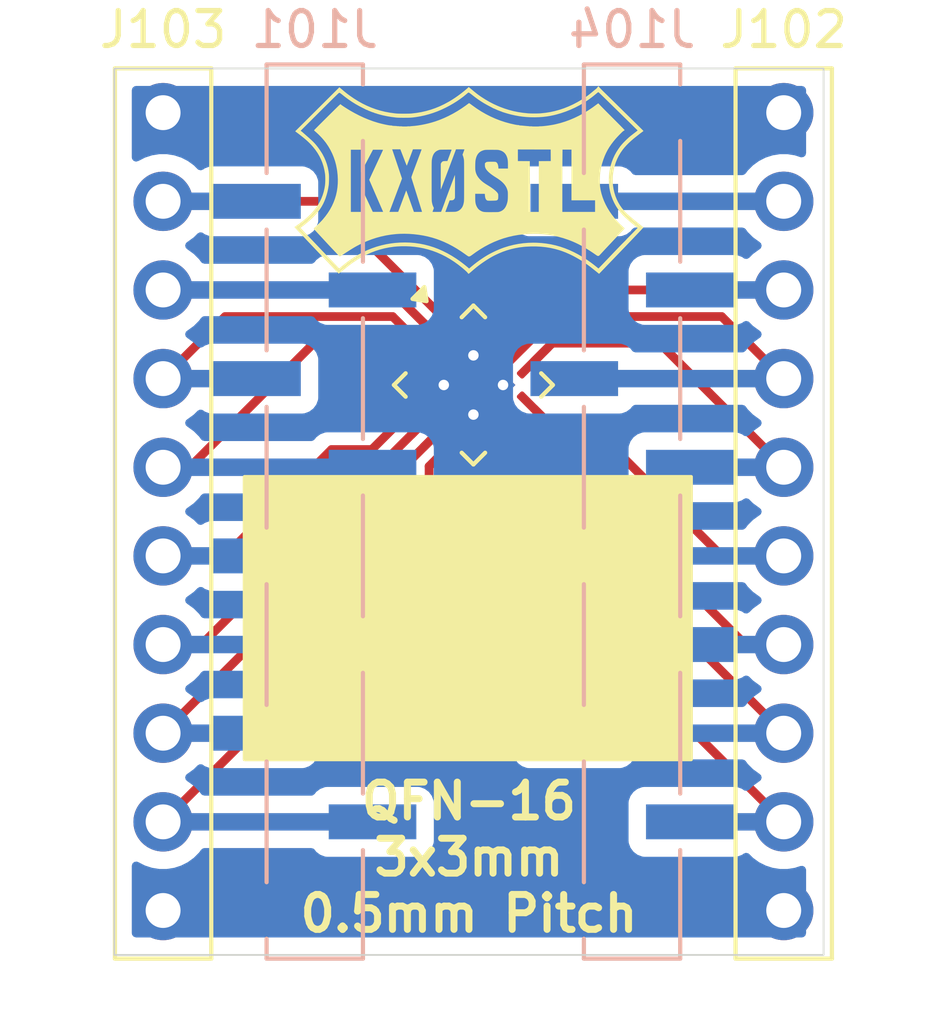
<source format=kicad_pcb>
(kicad_pcb (version 20241229) (generator "pcbnew") (generator_version "9.0")
  (layers (0 "F.Cu" signal) (2 "B.Cu" signal) (13 "F.Paste" user) (15 "B.Paste" user) (5 "F.SilkS" user "F.Silkscreen") (7 "B.SilkS" user "B.Silkscreen") (1 "F.Mask" user) (3 "B.Mask" user) (25 "Edge.Cuts" user))
  (net 0 "")
  (net 1 "/10")
  (net 2 "/3")
  (net 3 "/6")
  (net 4 "/8")
  (net 5 "/1")
  (net 6 "/7")
  (net 7 "/2")
  (net 8 "/9")
  (net 9 "/14")
  (net 10 "/16")
  (net 11 "/15")
  (net 12 "/17")
  (net 13 "/5")
  (net 14 "/4")
  (net 15 "/13")
  (net 16 "/12")
  (net 17 "/11")
  (footprint "Package_DFN_QFN:QFN-16-1EP_3x3mm_P0.5mm_EP1.7x1.7mm_ThermalVias" (layer "F.Cu") (at 130.81 117.022964 -45)
    (property "Reference" "U101" (hide yes))
    (property "Value" "QFN-16")
    (pad "1" smd roundrect (at -1.7165 -0.75 315) (size 1.2375 0.25) (layers "F.Cu" "F.Mask" "F.Paste") (net 5 "/1"))
    (pad "2" smd roundrect (at -1.7165 -0.25 315) (size 1.2375 0.25) (layers "F.Cu" "F.Mask" "F.Paste") (net 7 "/2"))
    (pad "3" smd roundrect (at -1.7165 0.25 315) (size 1.2375 0.25) (layers "F.Cu" "F.Mask" "F.Paste") (net 2 "/3"))
    (pad "4" smd roundrect (at -1.7165 0.75 315) (size 1.2375 0.25) (layers "F.Cu" "F.Mask" "F.Paste") (net 14 "/4"))
    (pad "5" smd roundrect (at -0.75 1.7165 315) (size 0.25 1.2375) (layers "F.Cu" "F.Mask" "F.Paste") (net 13 "/5"))
    (pad "6" smd roundrect (at -0.25 1.7165 315) (size 0.25 1.2375) (layers "F.Cu" "F.Mask" "F.Paste") (net 3 "/6"))
    (pad "7" smd roundrect (at 0.25 1.7165 315) (size 0.25 1.2375) (layers "F.Cu" "F.Mask" "F.Paste") (net 6 "/7"))
    (pad "8" smd roundrect (at 0.75 1.7165 315) (size 0.25 1.2375) (layers "F.Cu" "F.Mask" "F.Paste") (net 4 "/8"))
    (pad "9" smd roundrect (at 1.7165 0.75 315) (size 1.2375 0.25) (layers "F.Cu" "F.Mask" "F.Paste") (net 8 "/9"))
    (pad "10" smd roundrect (at 1.7165 0.25 315) (size 1.2375 0.25) (layers "F.Cu" "F.Mask" "F.Paste") (net 1 "/10"))
    (pad "11" smd roundrect (at 1.7165 -0.25 315) (size 1.2375 0.25) (layers "F.Cu" "F.Mask" "F.Paste") (net 17 "/11"))
    (pad "12" smd roundrect (at 1.7165 -0.75 315) (size 1.2375 0.25) (layers "F.Cu" "F.Mask" "F.Paste") (net 16 "/12"))
    (pad "13" smd roundrect (at 0.75 -1.7165 315) (size 0.25 1.2375) (layers "F.Cu" "F.Mask" "F.Paste") (net 15 "/13"))
    (pad "14" smd roundrect (at 0.25 -1.7165 315) (size 0.25 1.2375) (layers "F.Cu" "F.Mask" "F.Paste") (net 9 "/14"))
    (pad "15" smd roundrect (at -0.25 -1.7165 315) (size 0.25 1.2375) (layers "F.Cu" "F.Mask" "F.Paste") (net 11 "/15"))
    (pad "16" smd roundrect (at -0.75 -1.7165 315) (size 0.25 1.2375) (layers "F.Cu" "F.Mask" "F.Paste") (net 10 "/16"))
    (pad "17" thru_hole circle (at -0.6 -0.6 315) (size 0.5 0.5) (drill 0.3) (property pad_prop_heatsink) (layers "*.Cu") (net 12 "/17"))
    (pad "17" thru_hole circle (at -0.6 0.6 315) (size 0.5 0.5) (drill 0.3) (property pad_prop_heatsink) (layers "*.Cu") (net 12 "/17"))
    (pad "17" smd rect (at 0 0 315) (size 1.7 1.7) (property pad_prop_heatsink) (layers "F.Cu" "F.Mask") (net 12 "/17"))
    (pad "17" smd rect (at 0 0 315) (size 1.7 1.7) (property pad_prop_heatsink) (layers "B.Cu") (net 12 "/17"))
    (pad "17" thru_hole circle (at 0.6 -0.6 315) (size 0.5 0.5) (drill 0.3) (property pad_prop_heatsink) (layers "*.Cu") (net 12 "/17"))
    (pad "17" thru_hole circle (at 0.6 0.6 315) (size 0.5 0.5) (drill 0.3) (property pad_prop_heatsink) (layers "*.Cu") (net 12 "/17"))
  )
  (footprint "Connector_PinHeader_2.54mm:PinHeader_1x10_P2.54mm_Vertical" (layer "F.Cu") (at 121.92 109.22)
    (property "Reference" "J103" (at 0 -2.38 0) (layer "F.SilkS"))
    (property "Value" "Conn_01x10")
    (pad "1" thru_hole circle (at 0 0) (size 1.7 1.7) (drill 1) (layers "*.Cu" "*.Mask") (net 12 "/17"))
    (pad "2" thru_hole circle (at 0 2.54) (size 1.7 1.7) (drill 1) (layers "*.Cu" "*.Mask") (net 5 "/1"))
    (pad "3" thru_hole circle (at 0 5.079999) (size 1.7 1.7) (drill 1) (layers "*.Cu" "*.Mask") (net 7 "/2"))
    (pad "4" thru_hole circle (at 0 7.62) (size 1.7 1.7) (drill 1) (layers "*.Cu" "*.Mask") (net 2 "/3"))
    (pad "5" thru_hole circle (at 0 10.16) (size 1.7 1.7) (drill 1) (layers "*.Cu" "*.Mask") (net 14 "/4"))
    (pad "6" thru_hole circle (at 0 12.7) (size 1.7 1.7) (drill 1) (layers "*.Cu" "*.Mask") (net 13 "/5"))
    (pad "7" thru_hole circle (at 0 15.24) (size 1.7 1.7) (drill 1) (layers "*.Cu" "*.Mask") (net 3 "/6"))
    (pad "8" thru_hole circle (at 0 17.780001) (size 1.7 1.7) (drill 1) (layers "*.Cu" "*.Mask") (net 6 "/7"))
    (pad "9" thru_hole circle (at 0 20.32) (size 1.7 1.7) (drill 1) (layers "*.Cu" "*.Mask") (net 4 "/8"))
    (pad "10" thru_hole circle (at 0 22.86) (size 1.7 1.7) (drill 1) (layers "*.Cu" "*.Mask") (net 12 "/17"))
  )
  (footprint "libraries:Logo_10mm_inv" (layer "F.Cu") (at 130.681999 111.153359)
    (property "Reference" "G***" (hide yes))
    (property "Value" "LOGO" (hide yes))
  )
  (footprint "Connector_PinHeader_2.54mm:PinHeader_1x10_P2.54mm_Vertical" (layer "F.Cu") (at 139.7 109.220001)
    (property "Reference" "J102" (at 0 -2.38 0) (layer "F.SilkS"))
    (property "Value" "Conn_01x18")
    (pad "1" thru_hole circle (at 0 0) (size 1.7 1.7) (drill 1) (layers "*.Cu" "*.Mask") (net 12 "/17"))
    (pad "2" thru_hole circle (at 0 2.54) (size 1.7 1.7) (drill 1) (layers "*.Cu" "*.Mask") (net 10 "/16"))
    (pad "3" thru_hole circle (at 0 5.08) (size 1.7 1.7) (drill 1) (layers "*.Cu" "*.Mask") (net 11 "/15"))
    (pad "4" thru_hole circle (at 0 7.62) (size 1.7 1.7) (drill 1) (layers "*.Cu" "*.Mask") (net 9 "/14"))
    (pad "5" thru_hole circle (at 0 10.16) (size 1.7 1.7) (drill 1) (layers "*.Cu" "*.Mask") (net 15 "/13"))
    (pad "6" thru_hole circle (at 0 12.7) (size 1.7 1.7) (drill 1) (layers "*.Cu" "*.Mask") (net 16 "/12"))
    (pad "7" thru_hole circle (at 0 15.24) (size 1.7 1.7) (drill 1) (layers "*.Cu" "*.Mask") (net 17 "/11"))
    (pad "8" thru_hole circle (at 0 17.78) (size 1.7 1.7) (drill 1) (layers "*.Cu" "*.Mask") (net 1 "/10"))
    (pad "9" thru_hole circle (at 0 20.32) (size 1.7 1.7) (drill 1) (layers "*.Cu" "*.Mask") (net 8 "/9"))
    (pad "10" thru_hole circle (at 0 22.86) (size 1.7 1.7) (drill 1) (layers "*.Cu" "*.Mask") (net 12 "/17"))
  )
  (footprint "Connector_PinHeader_2.54mm:PinHeader_1x10_P2.54mm_Vertical_SMD_Pin1Left" (layer "B.Cu") (at 126.265 120.65 180)
    (property "Reference" "J101" (at 0 13.81 0) (layer "B.SilkS") (effects (justify mirror)))
    (property "Value" "Conn_01x18")
    (pad "1" smd rect (at -1.655 11.43 180) (size 2.51 1) (layers "B.Cu" "B.Mask" "B.Paste") (net 12 "/17"))
    (pad "2" smd rect (at 1.655 8.89 180) (size 2.51 1) (layers "B.Cu" "B.Mask" "B.Paste") (net 5 "/1"))
    (pad "3" smd rect (at -1.655 6.35 180) (size 2.51 1) (layers "B.Cu" "B.Mask" "B.Paste") (net 7 "/2"))
    (pad "4" smd rect (at 1.655 3.81 180) (size 2.51 1) (layers "B.Cu" "B.Mask" "B.Paste") (net 2 "/3"))
    (pad "5" smd rect (at -1.655 1.27 180) (size 2.51 1) (layers "B.Cu" "B.Mask" "B.Paste") (net 14 "/4"))
    (pad "6" smd rect (at 1.655 -1.27 180) (size 2.51 1) (layers "B.Cu" "B.Mask" "B.Paste") (net 13 "/5"))
    (pad "7" smd rect (at -1.655 -3.81 180) (size 2.51 1) (layers "B.Cu" "B.Mask" "B.Paste") (net 3 "/6"))
    (pad "8" smd rect (at 1.655 -6.35 180) (size 2.51 1) (layers "B.Cu" "B.Mask" "B.Paste") (net 6 "/7"))
    (pad "9" smd rect (at -1.655 -8.89 180) (size 2.51 1) (layers "B.Cu" "B.Mask" "B.Paste") (net 4 "/8"))
    (pad "10" smd rect (at 1.655 -11.43 180) (size 2.51 1) (layers "B.Cu" "B.Mask" "B.Paste") (net 12 "/17"))
  )
  (footprint "Connector_PinHeader_2.54mm:PinHeader_1x10_P2.54mm_Vertical_SMD_Pin1Left" (layer "B.Cu") (at 135.355 120.65 180)
    (property "Reference" "J104" (at 0 13.81 0) (layer "B.SilkS") (effects (justify mirror)))
    (property "Value" "Conn_01x18")
    (pad "1" smd rect (at -1.655 11.43 180) (size 2.51 1) (layers "B.Cu" "B.Mask" "B.Paste") (net 12 "/17"))
    (pad "2" smd rect (at 1.655 8.89 180) (size 2.51 1) (layers "B.Cu" "B.Mask" "B.Paste") (net 10 "/16"))
    (pad "3" smd rect (at -1.655 6.35 180) (size 2.51 1) (layers "B.Cu" "B.Mask" "B.Paste") (net 11 "/15"))
    (pad "4" smd rect (at 1.655 3.81 180) (size 2.51 1) (layers "B.Cu" "B.Mask" "B.Paste") (net 9 "/14"))
    (pad "5" smd rect (at -1.655 1.27 180) (size 2.51 1) (layers "B.Cu" "B.Mask" "B.Paste") (net 15 "/13"))
    (pad "6" smd rect (at 1.655 -1.27 180) (size 2.51 1) (layers "B.Cu" "B.Mask" "B.Paste") (net 16 "/12"))
    (pad "7" smd rect (at -1.655 -3.81 180) (size 2.51 1) (layers "B.Cu" "B.Mask" "B.Paste") (net 17 "/11"))
    (pad "8" smd rect (at 1.655 -6.35 180) (size 2.51 1) (layers "B.Cu" "B.Mask" "B.Paste") (net 1 "/10"))
    (pad "9" smd rect (at -1.655 -8.89 180) (size 2.51 1) (layers "B.Cu" "B.Mask" "B.Paste") (net 8 "/9"))
    (pad "10" smd rect (at 1.655 -11.43 180) (size 2.51 1) (layers "B.Cu" "B.Mask" "B.Paste") (net 12 "/17"))
  )
  (gr_rect (start 124.251999 119.651359) (end 137.047999 127.753359) (stroke (width 0.1)) (fill yes) (layer "F.SilkS"))
  (gr_rect (start 120.521999 107.953359) (end 140.841999 133.353359) (stroke (width 0.05)) (fill no) (layer "Edge.Cuts"))
  (gr_text "Version 1" (at 130.681999 127.753359 0) (layer "F.SilkS") (effects (font (size 1 1) (thickness 0.2) (bold yes)) (justify bottom)))
  (gr_text "QFN-16\n3x3mm\n0.5mm Pitch" (at 130.681999 132.753359 0) (layer "F.SilkS") (effects (font (size 1 1) (thickness 0.2) (bold yes)) (justify bottom)))
  (segment (start 133.096 120.396001) (end 139.7 127.000001) (width 0.25) (layer "F.Cu") (net 1))
  (segment (start 133.096 119.662517) (end 133.096 120.396001) (width 0.25) (layer "F.Cu") (net 1))
  (segment (start 131.846972 118.413489) (end 133.096 119.662517) (width 0.25) (layer "F.Cu") (net 1))
  (segment (start 133.700001 127.000001) (end 133.7 127) (width 0.5) (layer "B.Cu") (net 1))
  (segment (start 139.7 127.000001) (end 133.700001 127.000001) (width 0.5) (layer "B.Cu") (net 1))
  (segment (start 123.698 115.062) (end 121.92 116.84) (width 0.25) (layer "F.Cu") (net 2))
  (segment (start 128.495483 115.062) (end 123.698 115.062) (width 0.25) (layer "F.Cu") (net 2))
  (segment (start 129.419475 115.985992) (end 128.495483 115.062) (width 0.25) (layer "F.Cu") (net 2))
  (segment (start 124.61 116.84) (end 121.92 116.84) (width 0.5) (layer "B.Cu") (net 2))
  (segment (start 129.419475 118.059936) (end 123.019411 124.46) (width 0.25) (layer "F.Cu") (net 3))
  (segment (start 123.019411 124.46) (end 121.92 124.46) (width 0.25) (layer "F.Cu") (net 3))
  (segment (start 121.92 124.46) (end 127.92 124.46) (width 0.5) (layer "B.Cu") (net 3))
  (segment (start 129.54 119.353624) (end 130.126581 118.767043) (width 0.25) (layer "F.Cu") (net 4))
  (segment (start 129.54 121.92) (end 129.54 119.353624) (width 0.25) (layer "F.Cu") (net 4))
  (segment (start 121.92 129.54) (end 129.54 121.92) (width 0.25) (layer "F.Cu") (net 4))
  (segment (start 121.92 129.54) (end 127.92 129.54) (width 0.5) (layer "B.Cu") (net 4))
  (segment (start 126.607696 111.76) (end 121.92 111.76) (width 0.25) (layer "F.Cu") (net 5))
  (segment (start 130.126581 115.278885) (end 126.607696 111.76) (width 0.25) (layer "F.Cu") (net 5))
  (segment (start 124.61 111.76) (end 121.92 111.76) (width 0.5) (layer "B.Cu") (net 5))
  (segment (start 128.524 119.662517) (end 128.524 120.396001) (width 0.25) (layer "F.Cu") (net 6))
  (segment (start 129.773028 118.413489) (end 128.524 119.662517) (width 0.25) (layer "F.Cu") (net 6))
  (segment (start 128.524 120.396001) (end 121.92 127.000001) (width 0.25) (layer "F.Cu") (net 6))
  (segment (start 121.920001 127) (end 121.92 127.000001) (width 0.5) (layer "B.Cu") (net 6))
  (segment (start 124.61 127) (end 121.920001 127) (width 0.5) (layer "B.Cu") (net 6))
  (segment (start 128.440588 114.299999) (end 121.92 114.299999) (width 0.25) (layer "F.Cu") (net 7))
  (segment (start 129.773028 115.632439) (end 128.440588 114.299999) (width 0.25) (layer "F.Cu") (net 7))
  (segment (start 121.92 114.299999) (end 127.919999 114.299999) (width 0.5) (layer "B.Cu") (net 7))
  (segment (start 127.919999 114.299999) (end 127.92 114.3) (width 0.5) (layer "B.Cu") (net 7))
  (segment (start 139.7 129.540001) (end 132.08 121.920001) (width 0.25) (layer "F.Cu") (net 8))
  (segment (start 132.08 119.353624) (end 131.493419 118.767043) (width 0.25) (layer "F.Cu") (net 8))
  (segment (start 132.08 121.920001) (end 132.08 119.353624) (width 0.25) (layer "F.Cu") (net 8))
  (segment (start 137.01 129.54) (end 139.699999 129.54) (width 0.5) (layer "B.Cu") (net 8))
  (segment (start 139.699999 129.54) (end 139.7 129.540001) (width 0.5) (layer "B.Cu") (net 8))
  (segment (start 132.200525 115.985992) (end 133.124517 115.062) (width 0.25) (layer "F.Cu") (net 9))
  (segment (start 133.124517 115.062) (end 137.921999 115.062) (width 0.25) (layer "F.Cu") (net 9))
  (segment (start 137.921999 115.062) (end 139.7 116.840001) (width 0.25) (layer "F.Cu") (net 9))
  (segment (start 139.7 116.840001) (end 133.700001 116.840001) (width 0.5) (layer "B.Cu") (net 9))
  (segment (start 133.700001 116.840001) (end 133.7 116.84) (width 0.5) (layer "B.Cu") (net 9))
  (segment (start 131.493419 115.278885) (end 135.012303 111.760001) (width 0.25) (layer "F.Cu") (net 10))
  (segment (start 135.012303 111.760001) (end 139.7 111.760001) (width 0.25) (layer "F.Cu") (net 10))
  (segment (start 139.7 111.760001) (end 133.700001 111.760001) (width 0.5) (layer "B.Cu") (net 10))
  (segment (start 133.700001 111.760001) (end 133.7 111.76) (width 0.5) (layer "B.Cu") (net 10))
  (segment (start 133.17941 114.300001) (end 139.7 114.300001) (width 0.25) (layer "F.Cu") (net 11))
  (segment (start 131.846972 115.632439) (end 133.17941 114.300001) (width 0.25) (layer "F.Cu") (net 11))
  (segment (start 139.699999 114.3) (end 139.7 114.300001) (width 0.5) (layer "B.Cu") (net 11))
  (segment (start 137.01 114.3) (end 139.699999 114.3) (width 0.5) (layer "B.Cu") (net 11))
  (segment (start 139.699999 109.22) (end 139.7 109.220001) (width 0.5) (layer "B.Cu") (net 12))
  (segment (start 139.7 132.080001) (end 133.700001 132.080001) (width 0.5) (layer "B.Cu") (net 12))
  (segment (start 124.61 132.08) (end 121.92 132.08) (width 0.5) (layer "B.Cu") (net 12))
  (segment (start 127.92 109.22) (end 121.92 109.22) (width 0.5) (layer "B.Cu") (net 12))
  (segment (start 133.700001 132.080001) (end 133.7 132.08) (width 0.5) (layer "B.Cu") (net 12))
  (segment (start 137.01 109.22) (end 139.699999 109.22) (width 0.5) (layer "B.Cu") (net 12))
  (segment (start 126.746 118.872) (end 123.698 121.92) (width 0.25) (layer "F.Cu") (net 13))
  (segment (start 123.698 121.92) (end 121.92 121.92) (width 0.25) (layer "F.Cu") (net 13))
  (segment (start 129.065921 117.706383) (end 127.900304 118.872) (width 0.25) (layer "F.Cu") (net 13))
  (segment (start 127.900304 118.872) (end 126.746 118.872) (width 0.25) (layer "F.Cu") (net 13))
  (segment (start 124.61 121.92) (end 121.92 121.92) (width 0.5) (layer "B.Cu") (net 13))
  (segment (start 122.682 119.38) (end 121.92 119.38) (width 0.25) (layer "F.Cu") (net 14))
  (segment (start 126.238 115.824) (end 122.682 119.38) (width 0.25) (layer "F.Cu") (net 14))
  (segment (start 129.065921 116.339545) (end 128.550376 115.824) (width 0.25) (layer "F.Cu") (net 14))
  (segment (start 128.550376 115.824) (end 126.238 115.824) (width 0.25) (layer "F.Cu") (net 14))
  (segment (start 121.92 119.38) (end 127.92 119.38) (width 0.5) (layer "B.Cu") (net 14))
  (segment (start 133.069624 115.824) (end 136.143999 115.824) (width 0.25) (layer "F.Cu") (net 15))
  (segment (start 136.143999 115.824) (end 139.7 119.380001) (width 0.25) (layer "F.Cu") (net 15))
  (segment (start 132.554079 116.339545) (end 133.069624 115.824) (width 0.25) (layer "F.Cu") (net 15))
  (segment (start 139.699999 119.38) (end 139.7 119.380001) (width 0.5) (layer "B.Cu") (net 15))
  (segment (start 137.01 119.38) (end 139.699999 119.38) (width 0.5) (layer "B.Cu") (net 15))
  (segment (start 134.874 118.872) (end 137.922001 121.920001) (width 0.25) (layer "F.Cu") (net 16))
  (segment (start 132.554079 117.706383) (end 133.719696 118.872) (width 0.25) (layer "F.Cu") (net 16))
  (segment (start 137.922001 121.920001) (end 139.7 121.920001) (width 0.25) (layer "F.Cu") (net 16))
  (segment (start 133.719696 118.872) (end 134.874 118.872) (width 0.25) (layer "F.Cu") (net 16))
  (segment (start 133.700001 121.920001) (end 133.7 121.92) (width 0.5) (layer "B.Cu") (net 16))
  (segment (start 139.7 121.920001) (end 133.700001 121.920001) (width 0.5) (layer "B.Cu") (net 16))
  (segment (start 132.200525 118.059936) (end 138.60059 124.460001) (width 0.25) (layer "F.Cu") (net 17))
  (segment (start 138.60059 124.460001) (end 139.7 124.460001) (width 0.25) (layer "F.Cu") (net 17))
  (segment (start 139.7 124.460001) (end 137.010001 124.460001) (width 0.5) (layer "B.Cu") (net 17))
  (segment (start 137.010001 124.460001) (end 137.01 124.46) (width 0.5) (layer "B.Cu") (net 17))
  (zone (net 12) (net_name "/17") (layer "B.Cu") (priority 1) (connect_pads yes (clearance 0.5)) (min_thickness 0.25) (fill yes (thermal_gap 0.5) (thermal_bridge_width 0.5))
    (polygon (pts (xy 120.521999 107.953359) (xy 140.841999 107.953359) (xy 140.841999 133.353359) (xy 120.521999 133.353359)))
  )
)
</source>
